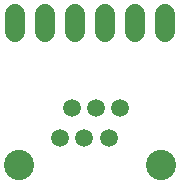
<source format=gts>
G75*
G70*
%OFA0B0*%
%FSLAX24Y24*%
%IPPOS*%
%LPD*%
%AMOC8*
5,1,8,0,0,1.08239X$1,22.5*
%
%ADD10C,0.0674*%
%ADD11C,0.1009*%
%ADD12C,0.0595*%
D10*
X000815Y007010D02*
X000815Y007603D01*
X001815Y007603D02*
X001815Y007010D01*
X002815Y007010D02*
X002815Y007603D01*
X003815Y007603D02*
X003815Y007010D01*
X004815Y007010D02*
X004815Y007603D01*
X005815Y007603D02*
X005815Y007010D01*
D11*
X000952Y002556D03*
X005677Y002556D03*
D12*
X004315Y004462D03*
X003921Y003462D03*
X003511Y004462D03*
X003118Y003462D03*
X002708Y004462D03*
X002315Y003462D03*
M02*

</source>
